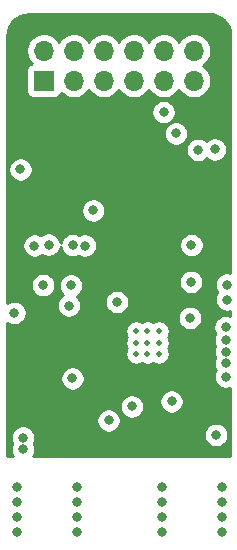
<source format=gbr>
G04 #@! TF.GenerationSoftware,KiCad,Pcbnew,5.1.5-52549c5~84~ubuntu18.04.1*
G04 #@! TF.CreationDate,2020-01-04T20:43:16+00:00*
G04 #@! TF.ProjectId,SX1257_pmod,53583132-3537-45f7-906d-6f642e6b6963,rev?*
G04 #@! TF.SameCoordinates,Original*
G04 #@! TF.FileFunction,Copper,L3,Inr*
G04 #@! TF.FilePolarity,Positive*
%FSLAX46Y46*%
G04 Gerber Fmt 4.6, Leading zero omitted, Abs format (unit mm)*
G04 Created by KiCad (PCBNEW 5.1.5-52549c5~84~ubuntu18.04.1) date 2020-01-04 20:43:16*
%MOMM*%
%LPD*%
G04 APERTURE LIST*
%ADD10O,1.700000X1.700000*%
%ADD11R,1.700000X1.700000*%
%ADD12C,0.500000*%
%ADD13C,0.800000*%
%ADD14C,0.254000*%
G04 APERTURE END LIST*
D10*
X130810000Y-26670000D03*
X130810000Y-29210000D03*
X128270000Y-26670000D03*
X128270000Y-29210000D03*
X125730000Y-26670000D03*
X125730000Y-29210000D03*
X123190000Y-26670000D03*
X123190000Y-29210000D03*
X120650000Y-26670000D03*
X120650000Y-29210000D03*
X118110000Y-26670000D03*
D11*
X118110000Y-29210000D03*
D12*
X125890000Y-50385000D03*
X126890000Y-50385000D03*
X127890000Y-50385000D03*
X125890000Y-51385000D03*
X126890000Y-51385000D03*
X127890000Y-51385000D03*
X125890000Y-52385000D03*
X126890000Y-52385000D03*
X127890000Y-52385000D03*
D13*
X133159500Y-67437000D03*
X133159500Y-66167000D03*
X133159500Y-63627000D03*
X133159500Y-64897000D03*
X128079500Y-67437000D03*
X128079500Y-66167000D03*
X128079500Y-64897000D03*
X128079500Y-63627000D03*
X115824000Y-66167000D03*
X115824000Y-63627000D03*
X115824000Y-67437000D03*
X115824000Y-64897000D03*
X120904000Y-66167000D03*
X120904000Y-63627000D03*
X120904000Y-67437000D03*
X120904000Y-64897000D03*
X133530000Y-51150000D03*
X133530000Y-52150000D03*
X133530000Y-53150000D03*
X130480000Y-49300000D03*
X133630000Y-47750000D03*
X133605000Y-46475000D03*
X133505000Y-50075000D03*
X116350000Y-59425000D03*
X116350000Y-60425000D03*
X128930000Y-56370000D03*
X123590000Y-57980000D03*
X125570000Y-56790000D03*
X133530000Y-54275000D03*
X120530000Y-54410000D03*
X132700000Y-59200000D03*
X115625000Y-48875000D03*
X118050000Y-46525000D03*
X124300000Y-47950000D03*
X130600000Y-43125000D03*
X116125000Y-36725000D03*
X129300000Y-33675000D03*
X128250000Y-31875000D03*
X118900000Y-34700000D03*
X120000000Y-34700000D03*
X121100000Y-34700000D03*
X122200000Y-34700000D03*
X129630000Y-54250000D03*
X130755116Y-52637358D03*
X124100000Y-46025000D03*
X131875000Y-31075000D03*
X133200000Y-37325000D03*
X119249994Y-36725000D03*
X120230000Y-48250000D03*
X120410000Y-46550000D03*
X118520000Y-43100000D03*
X122300000Y-40200000D03*
X120550000Y-43140000D03*
X131170000Y-35075000D03*
X117320000Y-43180000D03*
X130575000Y-46250000D03*
X121580000Y-43180000D03*
X132600000Y-35025000D03*
D14*
G36*
X132434785Y-23608191D02*
G01*
X132776060Y-23711228D01*
X133090822Y-23878590D01*
X133367083Y-24103903D01*
X133594317Y-24378582D01*
X133763870Y-24692164D01*
X133869286Y-25032708D01*
X133910001Y-25420082D01*
X133910001Y-45481059D01*
X133906898Y-45479774D01*
X133706939Y-45440000D01*
X133503061Y-45440000D01*
X133303102Y-45479774D01*
X133114744Y-45557795D01*
X132945226Y-45671063D01*
X132801063Y-45815226D01*
X132687795Y-45984744D01*
X132609774Y-46173102D01*
X132570000Y-46373061D01*
X132570000Y-46576939D01*
X132609774Y-46776898D01*
X132687795Y-46965256D01*
X132798680Y-47131208D01*
X132712795Y-47259744D01*
X132634774Y-47448102D01*
X132595000Y-47648061D01*
X132595000Y-47851939D01*
X132634774Y-48051898D01*
X132712795Y-48240256D01*
X132826063Y-48409774D01*
X132970226Y-48553937D01*
X133139744Y-48667205D01*
X133328102Y-48745226D01*
X133528061Y-48785000D01*
X133731939Y-48785000D01*
X133910000Y-48749582D01*
X133910000Y-49122481D01*
X133806898Y-49079774D01*
X133606939Y-49040000D01*
X133403061Y-49040000D01*
X133203102Y-49079774D01*
X133014744Y-49157795D01*
X132845226Y-49271063D01*
X132701063Y-49415226D01*
X132587795Y-49584744D01*
X132509774Y-49773102D01*
X132470000Y-49973061D01*
X132470000Y-50176939D01*
X132509774Y-50376898D01*
X132587795Y-50565256D01*
X132631862Y-50631208D01*
X132612795Y-50659744D01*
X132534774Y-50848102D01*
X132495000Y-51048061D01*
X132495000Y-51251939D01*
X132534774Y-51451898D01*
X132612795Y-51640256D01*
X132619306Y-51650000D01*
X132612795Y-51659744D01*
X132534774Y-51848102D01*
X132495000Y-52048061D01*
X132495000Y-52251939D01*
X132534774Y-52451898D01*
X132612795Y-52640256D01*
X132619306Y-52650000D01*
X132612795Y-52659744D01*
X132534774Y-52848102D01*
X132495000Y-53048061D01*
X132495000Y-53251939D01*
X132534774Y-53451898D01*
X132612795Y-53640256D01*
X132661067Y-53712500D01*
X132612795Y-53784744D01*
X132534774Y-53973102D01*
X132495000Y-54173061D01*
X132495000Y-54376939D01*
X132534774Y-54576898D01*
X132612795Y-54765256D01*
X132726063Y-54934774D01*
X132870226Y-55078937D01*
X133039744Y-55192205D01*
X133228102Y-55270226D01*
X133428061Y-55310000D01*
X133631939Y-55310000D01*
X133831898Y-55270226D01*
X133910000Y-55237875D01*
X133910000Y-60960000D01*
X117237308Y-60960000D01*
X117267205Y-60915256D01*
X117345226Y-60726898D01*
X117385000Y-60526939D01*
X117385000Y-60323061D01*
X117345226Y-60123102D01*
X117267205Y-59934744D01*
X117260694Y-59925000D01*
X117267205Y-59915256D01*
X117345226Y-59726898D01*
X117385000Y-59526939D01*
X117385000Y-59323061D01*
X117345226Y-59123102D01*
X117334854Y-59098061D01*
X131665000Y-59098061D01*
X131665000Y-59301939D01*
X131704774Y-59501898D01*
X131782795Y-59690256D01*
X131896063Y-59859774D01*
X132040226Y-60003937D01*
X132209744Y-60117205D01*
X132398102Y-60195226D01*
X132598061Y-60235000D01*
X132801939Y-60235000D01*
X133001898Y-60195226D01*
X133190256Y-60117205D01*
X133359774Y-60003937D01*
X133503937Y-59859774D01*
X133617205Y-59690256D01*
X133695226Y-59501898D01*
X133735000Y-59301939D01*
X133735000Y-59098061D01*
X133695226Y-58898102D01*
X133617205Y-58709744D01*
X133503937Y-58540226D01*
X133359774Y-58396063D01*
X133190256Y-58282795D01*
X133001898Y-58204774D01*
X132801939Y-58165000D01*
X132598061Y-58165000D01*
X132398102Y-58204774D01*
X132209744Y-58282795D01*
X132040226Y-58396063D01*
X131896063Y-58540226D01*
X131782795Y-58709744D01*
X131704774Y-58898102D01*
X131665000Y-59098061D01*
X117334854Y-59098061D01*
X117267205Y-58934744D01*
X117153937Y-58765226D01*
X117009774Y-58621063D01*
X116840256Y-58507795D01*
X116651898Y-58429774D01*
X116451939Y-58390000D01*
X116248061Y-58390000D01*
X116048102Y-58429774D01*
X115859744Y-58507795D01*
X115690226Y-58621063D01*
X115546063Y-58765226D01*
X115432795Y-58934744D01*
X115354774Y-59123102D01*
X115315000Y-59323061D01*
X115315000Y-59526939D01*
X115354774Y-59726898D01*
X115432795Y-59915256D01*
X115439306Y-59925000D01*
X115432795Y-59934744D01*
X115354774Y-60123102D01*
X115315000Y-60323061D01*
X115315000Y-60526939D01*
X115354774Y-60726898D01*
X115432795Y-60915256D01*
X115462692Y-60960000D01*
X115010000Y-60960000D01*
X115010000Y-57878061D01*
X122555000Y-57878061D01*
X122555000Y-58081939D01*
X122594774Y-58281898D01*
X122672795Y-58470256D01*
X122786063Y-58639774D01*
X122930226Y-58783937D01*
X123099744Y-58897205D01*
X123288102Y-58975226D01*
X123488061Y-59015000D01*
X123691939Y-59015000D01*
X123891898Y-58975226D01*
X124080256Y-58897205D01*
X124249774Y-58783937D01*
X124393937Y-58639774D01*
X124507205Y-58470256D01*
X124585226Y-58281898D01*
X124625000Y-58081939D01*
X124625000Y-57878061D01*
X124585226Y-57678102D01*
X124507205Y-57489744D01*
X124393937Y-57320226D01*
X124249774Y-57176063D01*
X124080256Y-57062795D01*
X123891898Y-56984774D01*
X123691939Y-56945000D01*
X123488061Y-56945000D01*
X123288102Y-56984774D01*
X123099744Y-57062795D01*
X122930226Y-57176063D01*
X122786063Y-57320226D01*
X122672795Y-57489744D01*
X122594774Y-57678102D01*
X122555000Y-57878061D01*
X115010000Y-57878061D01*
X115010000Y-56688061D01*
X124535000Y-56688061D01*
X124535000Y-56891939D01*
X124574774Y-57091898D01*
X124652795Y-57280256D01*
X124766063Y-57449774D01*
X124910226Y-57593937D01*
X125079744Y-57707205D01*
X125268102Y-57785226D01*
X125468061Y-57825000D01*
X125671939Y-57825000D01*
X125871898Y-57785226D01*
X126060256Y-57707205D01*
X126229774Y-57593937D01*
X126373937Y-57449774D01*
X126487205Y-57280256D01*
X126565226Y-57091898D01*
X126605000Y-56891939D01*
X126605000Y-56688061D01*
X126565226Y-56488102D01*
X126487205Y-56299744D01*
X126466036Y-56268061D01*
X127895000Y-56268061D01*
X127895000Y-56471939D01*
X127934774Y-56671898D01*
X128012795Y-56860256D01*
X128126063Y-57029774D01*
X128270226Y-57173937D01*
X128439744Y-57287205D01*
X128628102Y-57365226D01*
X128828061Y-57405000D01*
X129031939Y-57405000D01*
X129231898Y-57365226D01*
X129420256Y-57287205D01*
X129589774Y-57173937D01*
X129733937Y-57029774D01*
X129847205Y-56860256D01*
X129925226Y-56671898D01*
X129965000Y-56471939D01*
X129965000Y-56268061D01*
X129925226Y-56068102D01*
X129847205Y-55879744D01*
X129733937Y-55710226D01*
X129589774Y-55566063D01*
X129420256Y-55452795D01*
X129231898Y-55374774D01*
X129031939Y-55335000D01*
X128828061Y-55335000D01*
X128628102Y-55374774D01*
X128439744Y-55452795D01*
X128270226Y-55566063D01*
X128126063Y-55710226D01*
X128012795Y-55879744D01*
X127934774Y-56068102D01*
X127895000Y-56268061D01*
X126466036Y-56268061D01*
X126373937Y-56130226D01*
X126229774Y-55986063D01*
X126060256Y-55872795D01*
X125871898Y-55794774D01*
X125671939Y-55755000D01*
X125468061Y-55755000D01*
X125268102Y-55794774D01*
X125079744Y-55872795D01*
X124910226Y-55986063D01*
X124766063Y-56130226D01*
X124652795Y-56299744D01*
X124574774Y-56488102D01*
X124535000Y-56688061D01*
X115010000Y-56688061D01*
X115010000Y-54308061D01*
X119495000Y-54308061D01*
X119495000Y-54511939D01*
X119534774Y-54711898D01*
X119612795Y-54900256D01*
X119726063Y-55069774D01*
X119870226Y-55213937D01*
X120039744Y-55327205D01*
X120228102Y-55405226D01*
X120428061Y-55445000D01*
X120631939Y-55445000D01*
X120831898Y-55405226D01*
X121020256Y-55327205D01*
X121189774Y-55213937D01*
X121333937Y-55069774D01*
X121447205Y-54900256D01*
X121525226Y-54711898D01*
X121565000Y-54511939D01*
X121565000Y-54308061D01*
X121525226Y-54108102D01*
X121447205Y-53919744D01*
X121333937Y-53750226D01*
X121189774Y-53606063D01*
X121020256Y-53492795D01*
X120831898Y-53414774D01*
X120631939Y-53375000D01*
X120428061Y-53375000D01*
X120228102Y-53414774D01*
X120039744Y-53492795D01*
X119870226Y-53606063D01*
X119726063Y-53750226D01*
X119612795Y-53919744D01*
X119534774Y-54108102D01*
X119495000Y-54308061D01*
X115010000Y-54308061D01*
X115010000Y-50297835D01*
X125005000Y-50297835D01*
X125005000Y-50472165D01*
X125039010Y-50643145D01*
X125105723Y-50804205D01*
X125159709Y-50885000D01*
X125105723Y-50965795D01*
X125039010Y-51126855D01*
X125005000Y-51297835D01*
X125005000Y-51472165D01*
X125039010Y-51643145D01*
X125105723Y-51804205D01*
X125159709Y-51885000D01*
X125105723Y-51965795D01*
X125039010Y-52126855D01*
X125005000Y-52297835D01*
X125005000Y-52472165D01*
X125039010Y-52643145D01*
X125105723Y-52804205D01*
X125202576Y-52949155D01*
X125325845Y-53072424D01*
X125470795Y-53169277D01*
X125631855Y-53235990D01*
X125802835Y-53270000D01*
X125977165Y-53270000D01*
X126148145Y-53235990D01*
X126309205Y-53169277D01*
X126390000Y-53115291D01*
X126470795Y-53169277D01*
X126631855Y-53235990D01*
X126802835Y-53270000D01*
X126977165Y-53270000D01*
X127148145Y-53235990D01*
X127309205Y-53169277D01*
X127390000Y-53115291D01*
X127470795Y-53169277D01*
X127631855Y-53235990D01*
X127802835Y-53270000D01*
X127977165Y-53270000D01*
X128148145Y-53235990D01*
X128309205Y-53169277D01*
X128454155Y-53072424D01*
X128577424Y-52949155D01*
X128674277Y-52804205D01*
X128740990Y-52643145D01*
X128775000Y-52472165D01*
X128775000Y-52297835D01*
X128740990Y-52126855D01*
X128674277Y-51965795D01*
X128620291Y-51885000D01*
X128674277Y-51804205D01*
X128740990Y-51643145D01*
X128775000Y-51472165D01*
X128775000Y-51297835D01*
X128740990Y-51126855D01*
X128674277Y-50965795D01*
X128620291Y-50885000D01*
X128674277Y-50804205D01*
X128740990Y-50643145D01*
X128775000Y-50472165D01*
X128775000Y-50297835D01*
X128740990Y-50126855D01*
X128674277Y-49965795D01*
X128577424Y-49820845D01*
X128454155Y-49697576D01*
X128309205Y-49600723D01*
X128148145Y-49534010D01*
X127977165Y-49500000D01*
X127802835Y-49500000D01*
X127631855Y-49534010D01*
X127470795Y-49600723D01*
X127390000Y-49654709D01*
X127309205Y-49600723D01*
X127148145Y-49534010D01*
X126977165Y-49500000D01*
X126802835Y-49500000D01*
X126631855Y-49534010D01*
X126470795Y-49600723D01*
X126390000Y-49654709D01*
X126309205Y-49600723D01*
X126148145Y-49534010D01*
X125977165Y-49500000D01*
X125802835Y-49500000D01*
X125631855Y-49534010D01*
X125470795Y-49600723D01*
X125325845Y-49697576D01*
X125202576Y-49820845D01*
X125105723Y-49965795D01*
X125039010Y-50126855D01*
X125005000Y-50297835D01*
X115010000Y-50297835D01*
X115010000Y-49708854D01*
X115134744Y-49792205D01*
X115323102Y-49870226D01*
X115523061Y-49910000D01*
X115726939Y-49910000D01*
X115926898Y-49870226D01*
X116115256Y-49792205D01*
X116284774Y-49678937D01*
X116428937Y-49534774D01*
X116542205Y-49365256D01*
X116620226Y-49176898D01*
X116660000Y-48976939D01*
X116660000Y-48773061D01*
X116620226Y-48573102D01*
X116542205Y-48384744D01*
X116428937Y-48215226D01*
X116361772Y-48148061D01*
X119195000Y-48148061D01*
X119195000Y-48351939D01*
X119234774Y-48551898D01*
X119312795Y-48740256D01*
X119426063Y-48909774D01*
X119570226Y-49053937D01*
X119739744Y-49167205D01*
X119928102Y-49245226D01*
X120128061Y-49285000D01*
X120331939Y-49285000D01*
X120531898Y-49245226D01*
X120645763Y-49198061D01*
X129445000Y-49198061D01*
X129445000Y-49401939D01*
X129484774Y-49601898D01*
X129562795Y-49790256D01*
X129676063Y-49959774D01*
X129820226Y-50103937D01*
X129989744Y-50217205D01*
X130178102Y-50295226D01*
X130378061Y-50335000D01*
X130581939Y-50335000D01*
X130781898Y-50295226D01*
X130970256Y-50217205D01*
X131139774Y-50103937D01*
X131283937Y-49959774D01*
X131397205Y-49790256D01*
X131475226Y-49601898D01*
X131515000Y-49401939D01*
X131515000Y-49198061D01*
X131475226Y-48998102D01*
X131397205Y-48809744D01*
X131283937Y-48640226D01*
X131139774Y-48496063D01*
X130970256Y-48382795D01*
X130781898Y-48304774D01*
X130581939Y-48265000D01*
X130378061Y-48265000D01*
X130178102Y-48304774D01*
X129989744Y-48382795D01*
X129820226Y-48496063D01*
X129676063Y-48640226D01*
X129562795Y-48809744D01*
X129484774Y-48998102D01*
X129445000Y-49198061D01*
X120645763Y-49198061D01*
X120720256Y-49167205D01*
X120889774Y-49053937D01*
X121033937Y-48909774D01*
X121147205Y-48740256D01*
X121225226Y-48551898D01*
X121265000Y-48351939D01*
X121265000Y-48148061D01*
X121225226Y-47948102D01*
X121183788Y-47848061D01*
X123265000Y-47848061D01*
X123265000Y-48051939D01*
X123304774Y-48251898D01*
X123382795Y-48440256D01*
X123496063Y-48609774D01*
X123640226Y-48753937D01*
X123809744Y-48867205D01*
X123998102Y-48945226D01*
X124198061Y-48985000D01*
X124401939Y-48985000D01*
X124601898Y-48945226D01*
X124790256Y-48867205D01*
X124959774Y-48753937D01*
X125103937Y-48609774D01*
X125217205Y-48440256D01*
X125295226Y-48251898D01*
X125335000Y-48051939D01*
X125335000Y-47848061D01*
X125295226Y-47648102D01*
X125217205Y-47459744D01*
X125103937Y-47290226D01*
X124959774Y-47146063D01*
X124790256Y-47032795D01*
X124601898Y-46954774D01*
X124401939Y-46915000D01*
X124198061Y-46915000D01*
X123998102Y-46954774D01*
X123809744Y-47032795D01*
X123640226Y-47146063D01*
X123496063Y-47290226D01*
X123382795Y-47459744D01*
X123304774Y-47648102D01*
X123265000Y-47848061D01*
X121183788Y-47848061D01*
X121147205Y-47759744D01*
X121033937Y-47590226D01*
X120906646Y-47462935D01*
X121069774Y-47353937D01*
X121213937Y-47209774D01*
X121327205Y-47040256D01*
X121405226Y-46851898D01*
X121445000Y-46651939D01*
X121445000Y-46448061D01*
X121405226Y-46248102D01*
X121363788Y-46148061D01*
X129540000Y-46148061D01*
X129540000Y-46351939D01*
X129579774Y-46551898D01*
X129657795Y-46740256D01*
X129771063Y-46909774D01*
X129915226Y-47053937D01*
X130084744Y-47167205D01*
X130273102Y-47245226D01*
X130473061Y-47285000D01*
X130676939Y-47285000D01*
X130876898Y-47245226D01*
X131065256Y-47167205D01*
X131234774Y-47053937D01*
X131378937Y-46909774D01*
X131492205Y-46740256D01*
X131570226Y-46551898D01*
X131610000Y-46351939D01*
X131610000Y-46148061D01*
X131570226Y-45948102D01*
X131492205Y-45759744D01*
X131378937Y-45590226D01*
X131234774Y-45446063D01*
X131065256Y-45332795D01*
X130876898Y-45254774D01*
X130676939Y-45215000D01*
X130473061Y-45215000D01*
X130273102Y-45254774D01*
X130084744Y-45332795D01*
X129915226Y-45446063D01*
X129771063Y-45590226D01*
X129657795Y-45759744D01*
X129579774Y-45948102D01*
X129540000Y-46148061D01*
X121363788Y-46148061D01*
X121327205Y-46059744D01*
X121213937Y-45890226D01*
X121069774Y-45746063D01*
X120900256Y-45632795D01*
X120711898Y-45554774D01*
X120511939Y-45515000D01*
X120308061Y-45515000D01*
X120108102Y-45554774D01*
X119919744Y-45632795D01*
X119750226Y-45746063D01*
X119606063Y-45890226D01*
X119492795Y-46059744D01*
X119414774Y-46248102D01*
X119375000Y-46448061D01*
X119375000Y-46651939D01*
X119414774Y-46851898D01*
X119492795Y-47040256D01*
X119606063Y-47209774D01*
X119733354Y-47337065D01*
X119570226Y-47446063D01*
X119426063Y-47590226D01*
X119312795Y-47759744D01*
X119234774Y-47948102D01*
X119195000Y-48148061D01*
X116361772Y-48148061D01*
X116284774Y-48071063D01*
X116115256Y-47957795D01*
X115926898Y-47879774D01*
X115726939Y-47840000D01*
X115523061Y-47840000D01*
X115323102Y-47879774D01*
X115134744Y-47957795D01*
X115010000Y-48041146D01*
X115010000Y-46423061D01*
X117015000Y-46423061D01*
X117015000Y-46626939D01*
X117054774Y-46826898D01*
X117132795Y-47015256D01*
X117246063Y-47184774D01*
X117390226Y-47328937D01*
X117559744Y-47442205D01*
X117748102Y-47520226D01*
X117948061Y-47560000D01*
X118151939Y-47560000D01*
X118351898Y-47520226D01*
X118540256Y-47442205D01*
X118709774Y-47328937D01*
X118853937Y-47184774D01*
X118967205Y-47015256D01*
X119045226Y-46826898D01*
X119085000Y-46626939D01*
X119085000Y-46423061D01*
X119045226Y-46223102D01*
X118967205Y-46034744D01*
X118853937Y-45865226D01*
X118709774Y-45721063D01*
X118540256Y-45607795D01*
X118351898Y-45529774D01*
X118151939Y-45490000D01*
X117948061Y-45490000D01*
X117748102Y-45529774D01*
X117559744Y-45607795D01*
X117390226Y-45721063D01*
X117246063Y-45865226D01*
X117132795Y-46034744D01*
X117054774Y-46223102D01*
X117015000Y-46423061D01*
X115010000Y-46423061D01*
X115010000Y-43078061D01*
X116285000Y-43078061D01*
X116285000Y-43281939D01*
X116324774Y-43481898D01*
X116402795Y-43670256D01*
X116516063Y-43839774D01*
X116660226Y-43983937D01*
X116829744Y-44097205D01*
X117018102Y-44175226D01*
X117218061Y-44215000D01*
X117421939Y-44215000D01*
X117621898Y-44175226D01*
X117810256Y-44097205D01*
X117979774Y-43983937D01*
X117979846Y-43983865D01*
X118029744Y-44017205D01*
X118218102Y-44095226D01*
X118418061Y-44135000D01*
X118621939Y-44135000D01*
X118821898Y-44095226D01*
X119010256Y-44017205D01*
X119179774Y-43903937D01*
X119323937Y-43759774D01*
X119437205Y-43590256D01*
X119515226Y-43401898D01*
X119531022Y-43322487D01*
X119554774Y-43441898D01*
X119632795Y-43630256D01*
X119746063Y-43799774D01*
X119890226Y-43943937D01*
X120059744Y-44057205D01*
X120248102Y-44135226D01*
X120448061Y-44175000D01*
X120651939Y-44175000D01*
X120851898Y-44135226D01*
X121033851Y-44059858D01*
X121089744Y-44097205D01*
X121278102Y-44175226D01*
X121478061Y-44215000D01*
X121681939Y-44215000D01*
X121881898Y-44175226D01*
X122070256Y-44097205D01*
X122239774Y-43983937D01*
X122383937Y-43839774D01*
X122497205Y-43670256D01*
X122575226Y-43481898D01*
X122615000Y-43281939D01*
X122615000Y-43078061D01*
X122604060Y-43023061D01*
X129565000Y-43023061D01*
X129565000Y-43226939D01*
X129604774Y-43426898D01*
X129682795Y-43615256D01*
X129796063Y-43784774D01*
X129940226Y-43928937D01*
X130109744Y-44042205D01*
X130298102Y-44120226D01*
X130498061Y-44160000D01*
X130701939Y-44160000D01*
X130901898Y-44120226D01*
X131090256Y-44042205D01*
X131259774Y-43928937D01*
X131403937Y-43784774D01*
X131517205Y-43615256D01*
X131595226Y-43426898D01*
X131635000Y-43226939D01*
X131635000Y-43023061D01*
X131595226Y-42823102D01*
X131517205Y-42634744D01*
X131403937Y-42465226D01*
X131259774Y-42321063D01*
X131090256Y-42207795D01*
X130901898Y-42129774D01*
X130701939Y-42090000D01*
X130498061Y-42090000D01*
X130298102Y-42129774D01*
X130109744Y-42207795D01*
X129940226Y-42321063D01*
X129796063Y-42465226D01*
X129682795Y-42634744D01*
X129604774Y-42823102D01*
X129565000Y-43023061D01*
X122604060Y-43023061D01*
X122575226Y-42878102D01*
X122497205Y-42689744D01*
X122383937Y-42520226D01*
X122239774Y-42376063D01*
X122070256Y-42262795D01*
X121881898Y-42184774D01*
X121681939Y-42145000D01*
X121478061Y-42145000D01*
X121278102Y-42184774D01*
X121096149Y-42260142D01*
X121040256Y-42222795D01*
X120851898Y-42144774D01*
X120651939Y-42105000D01*
X120448061Y-42105000D01*
X120248102Y-42144774D01*
X120059744Y-42222795D01*
X119890226Y-42336063D01*
X119746063Y-42480226D01*
X119632795Y-42649744D01*
X119554774Y-42838102D01*
X119538978Y-42917513D01*
X119515226Y-42798102D01*
X119437205Y-42609744D01*
X119323937Y-42440226D01*
X119179774Y-42296063D01*
X119010256Y-42182795D01*
X118821898Y-42104774D01*
X118621939Y-42065000D01*
X118418061Y-42065000D01*
X118218102Y-42104774D01*
X118029744Y-42182795D01*
X117860226Y-42296063D01*
X117860154Y-42296135D01*
X117810256Y-42262795D01*
X117621898Y-42184774D01*
X117421939Y-42145000D01*
X117218061Y-42145000D01*
X117018102Y-42184774D01*
X116829744Y-42262795D01*
X116660226Y-42376063D01*
X116516063Y-42520226D01*
X116402795Y-42689744D01*
X116324774Y-42878102D01*
X116285000Y-43078061D01*
X115010000Y-43078061D01*
X115010000Y-40098061D01*
X121265000Y-40098061D01*
X121265000Y-40301939D01*
X121304774Y-40501898D01*
X121382795Y-40690256D01*
X121496063Y-40859774D01*
X121640226Y-41003937D01*
X121809744Y-41117205D01*
X121998102Y-41195226D01*
X122198061Y-41235000D01*
X122401939Y-41235000D01*
X122601898Y-41195226D01*
X122790256Y-41117205D01*
X122959774Y-41003937D01*
X123103937Y-40859774D01*
X123217205Y-40690256D01*
X123295226Y-40501898D01*
X123335000Y-40301939D01*
X123335000Y-40098061D01*
X123295226Y-39898102D01*
X123217205Y-39709744D01*
X123103937Y-39540226D01*
X122959774Y-39396063D01*
X122790256Y-39282795D01*
X122601898Y-39204774D01*
X122401939Y-39165000D01*
X122198061Y-39165000D01*
X121998102Y-39204774D01*
X121809744Y-39282795D01*
X121640226Y-39396063D01*
X121496063Y-39540226D01*
X121382795Y-39709744D01*
X121304774Y-39898102D01*
X121265000Y-40098061D01*
X115010000Y-40098061D01*
X115010000Y-36623061D01*
X115090000Y-36623061D01*
X115090000Y-36826939D01*
X115129774Y-37026898D01*
X115207795Y-37215256D01*
X115321063Y-37384774D01*
X115465226Y-37528937D01*
X115634744Y-37642205D01*
X115823102Y-37720226D01*
X116023061Y-37760000D01*
X116226939Y-37760000D01*
X116426898Y-37720226D01*
X116615256Y-37642205D01*
X116784774Y-37528937D01*
X116928937Y-37384774D01*
X117042205Y-37215256D01*
X117120226Y-37026898D01*
X117160000Y-36826939D01*
X117160000Y-36623061D01*
X117120226Y-36423102D01*
X117042205Y-36234744D01*
X116928937Y-36065226D01*
X116784774Y-35921063D01*
X116615256Y-35807795D01*
X116426898Y-35729774D01*
X116226939Y-35690000D01*
X116023061Y-35690000D01*
X115823102Y-35729774D01*
X115634744Y-35807795D01*
X115465226Y-35921063D01*
X115321063Y-36065226D01*
X115207795Y-36234744D01*
X115129774Y-36423102D01*
X115090000Y-36623061D01*
X115010000Y-36623061D01*
X115010000Y-34973061D01*
X130135000Y-34973061D01*
X130135000Y-35176939D01*
X130174774Y-35376898D01*
X130252795Y-35565256D01*
X130366063Y-35734774D01*
X130510226Y-35878937D01*
X130679744Y-35992205D01*
X130868102Y-36070226D01*
X131068061Y-36110000D01*
X131271939Y-36110000D01*
X131471898Y-36070226D01*
X131660256Y-35992205D01*
X131829774Y-35878937D01*
X131910000Y-35798711D01*
X131940226Y-35828937D01*
X132109744Y-35942205D01*
X132298102Y-36020226D01*
X132498061Y-36060000D01*
X132701939Y-36060000D01*
X132901898Y-36020226D01*
X133090256Y-35942205D01*
X133259774Y-35828937D01*
X133403937Y-35684774D01*
X133517205Y-35515256D01*
X133595226Y-35326898D01*
X133635000Y-35126939D01*
X133635000Y-34923061D01*
X133595226Y-34723102D01*
X133517205Y-34534744D01*
X133403937Y-34365226D01*
X133259774Y-34221063D01*
X133090256Y-34107795D01*
X132901898Y-34029774D01*
X132701939Y-33990000D01*
X132498061Y-33990000D01*
X132298102Y-34029774D01*
X132109744Y-34107795D01*
X131940226Y-34221063D01*
X131860000Y-34301289D01*
X131829774Y-34271063D01*
X131660256Y-34157795D01*
X131471898Y-34079774D01*
X131271939Y-34040000D01*
X131068061Y-34040000D01*
X130868102Y-34079774D01*
X130679744Y-34157795D01*
X130510226Y-34271063D01*
X130366063Y-34415226D01*
X130252795Y-34584744D01*
X130174774Y-34773102D01*
X130135000Y-34973061D01*
X115010000Y-34973061D01*
X115010000Y-33573061D01*
X128265000Y-33573061D01*
X128265000Y-33776939D01*
X128304774Y-33976898D01*
X128382795Y-34165256D01*
X128496063Y-34334774D01*
X128640226Y-34478937D01*
X128809744Y-34592205D01*
X128998102Y-34670226D01*
X129198061Y-34710000D01*
X129401939Y-34710000D01*
X129601898Y-34670226D01*
X129790256Y-34592205D01*
X129959774Y-34478937D01*
X130103937Y-34334774D01*
X130217205Y-34165256D01*
X130295226Y-33976898D01*
X130335000Y-33776939D01*
X130335000Y-33573061D01*
X130295226Y-33373102D01*
X130217205Y-33184744D01*
X130103937Y-33015226D01*
X129959774Y-32871063D01*
X129790256Y-32757795D01*
X129601898Y-32679774D01*
X129401939Y-32640000D01*
X129198061Y-32640000D01*
X128998102Y-32679774D01*
X128809744Y-32757795D01*
X128640226Y-32871063D01*
X128496063Y-33015226D01*
X128382795Y-33184744D01*
X128304774Y-33373102D01*
X128265000Y-33573061D01*
X115010000Y-33573061D01*
X115010000Y-31773061D01*
X127215000Y-31773061D01*
X127215000Y-31976939D01*
X127254774Y-32176898D01*
X127332795Y-32365256D01*
X127446063Y-32534774D01*
X127590226Y-32678937D01*
X127759744Y-32792205D01*
X127948102Y-32870226D01*
X128148061Y-32910000D01*
X128351939Y-32910000D01*
X128551898Y-32870226D01*
X128740256Y-32792205D01*
X128909774Y-32678937D01*
X129053937Y-32534774D01*
X129167205Y-32365256D01*
X129245226Y-32176898D01*
X129285000Y-31976939D01*
X129285000Y-31773061D01*
X129245226Y-31573102D01*
X129167205Y-31384744D01*
X129053937Y-31215226D01*
X128909774Y-31071063D01*
X128740256Y-30957795D01*
X128551898Y-30879774D01*
X128351939Y-30840000D01*
X128148061Y-30840000D01*
X127948102Y-30879774D01*
X127759744Y-30957795D01*
X127590226Y-31071063D01*
X127446063Y-31215226D01*
X127332795Y-31384744D01*
X127254774Y-31573102D01*
X127215000Y-31773061D01*
X115010000Y-31773061D01*
X115010000Y-28360000D01*
X116621928Y-28360000D01*
X116621928Y-30060000D01*
X116634188Y-30184482D01*
X116670498Y-30304180D01*
X116729463Y-30414494D01*
X116808815Y-30511185D01*
X116905506Y-30590537D01*
X117015820Y-30649502D01*
X117135518Y-30685812D01*
X117260000Y-30698072D01*
X118960000Y-30698072D01*
X119084482Y-30685812D01*
X119204180Y-30649502D01*
X119314494Y-30590537D01*
X119411185Y-30511185D01*
X119490537Y-30414494D01*
X119549502Y-30304180D01*
X119571513Y-30231620D01*
X119703368Y-30363475D01*
X119946589Y-30525990D01*
X120216842Y-30637932D01*
X120503740Y-30695000D01*
X120796260Y-30695000D01*
X121083158Y-30637932D01*
X121353411Y-30525990D01*
X121596632Y-30363475D01*
X121803475Y-30156632D01*
X121920000Y-29982240D01*
X122036525Y-30156632D01*
X122243368Y-30363475D01*
X122486589Y-30525990D01*
X122756842Y-30637932D01*
X123043740Y-30695000D01*
X123336260Y-30695000D01*
X123623158Y-30637932D01*
X123893411Y-30525990D01*
X124136632Y-30363475D01*
X124343475Y-30156632D01*
X124460000Y-29982240D01*
X124576525Y-30156632D01*
X124783368Y-30363475D01*
X125026589Y-30525990D01*
X125296842Y-30637932D01*
X125583740Y-30695000D01*
X125876260Y-30695000D01*
X126163158Y-30637932D01*
X126433411Y-30525990D01*
X126676632Y-30363475D01*
X126883475Y-30156632D01*
X127000000Y-29982240D01*
X127116525Y-30156632D01*
X127323368Y-30363475D01*
X127566589Y-30525990D01*
X127836842Y-30637932D01*
X128123740Y-30695000D01*
X128416260Y-30695000D01*
X128703158Y-30637932D01*
X128973411Y-30525990D01*
X129216632Y-30363475D01*
X129423475Y-30156632D01*
X129540000Y-29982240D01*
X129656525Y-30156632D01*
X129863368Y-30363475D01*
X130106589Y-30525990D01*
X130376842Y-30637932D01*
X130663740Y-30695000D01*
X130956260Y-30695000D01*
X131243158Y-30637932D01*
X131513411Y-30525990D01*
X131756632Y-30363475D01*
X131963475Y-30156632D01*
X132125990Y-29913411D01*
X132237932Y-29643158D01*
X132295000Y-29356260D01*
X132295000Y-29063740D01*
X132237932Y-28776842D01*
X132125990Y-28506589D01*
X131963475Y-28263368D01*
X131756632Y-28056525D01*
X131582240Y-27940000D01*
X131756632Y-27823475D01*
X131963475Y-27616632D01*
X132125990Y-27373411D01*
X132237932Y-27103158D01*
X132295000Y-26816260D01*
X132295000Y-26523740D01*
X132237932Y-26236842D01*
X132125990Y-25966589D01*
X131963475Y-25723368D01*
X131756632Y-25516525D01*
X131513411Y-25354010D01*
X131243158Y-25242068D01*
X130956260Y-25185000D01*
X130663740Y-25185000D01*
X130376842Y-25242068D01*
X130106589Y-25354010D01*
X129863368Y-25516525D01*
X129656525Y-25723368D01*
X129540000Y-25897760D01*
X129423475Y-25723368D01*
X129216632Y-25516525D01*
X128973411Y-25354010D01*
X128703158Y-25242068D01*
X128416260Y-25185000D01*
X128123740Y-25185000D01*
X127836842Y-25242068D01*
X127566589Y-25354010D01*
X127323368Y-25516525D01*
X127116525Y-25723368D01*
X127000000Y-25897760D01*
X126883475Y-25723368D01*
X126676632Y-25516525D01*
X126433411Y-25354010D01*
X126163158Y-25242068D01*
X125876260Y-25185000D01*
X125583740Y-25185000D01*
X125296842Y-25242068D01*
X125026589Y-25354010D01*
X124783368Y-25516525D01*
X124576525Y-25723368D01*
X124460000Y-25897760D01*
X124343475Y-25723368D01*
X124136632Y-25516525D01*
X123893411Y-25354010D01*
X123623158Y-25242068D01*
X123336260Y-25185000D01*
X123043740Y-25185000D01*
X122756842Y-25242068D01*
X122486589Y-25354010D01*
X122243368Y-25516525D01*
X122036525Y-25723368D01*
X121920000Y-25897760D01*
X121803475Y-25723368D01*
X121596632Y-25516525D01*
X121353411Y-25354010D01*
X121083158Y-25242068D01*
X120796260Y-25185000D01*
X120503740Y-25185000D01*
X120216842Y-25242068D01*
X119946589Y-25354010D01*
X119703368Y-25516525D01*
X119496525Y-25723368D01*
X119380000Y-25897760D01*
X119263475Y-25723368D01*
X119056632Y-25516525D01*
X118813411Y-25354010D01*
X118543158Y-25242068D01*
X118256260Y-25185000D01*
X117963740Y-25185000D01*
X117676842Y-25242068D01*
X117406589Y-25354010D01*
X117163368Y-25516525D01*
X116956525Y-25723368D01*
X116794010Y-25966589D01*
X116682068Y-26236842D01*
X116625000Y-26523740D01*
X116625000Y-26816260D01*
X116682068Y-27103158D01*
X116794010Y-27373411D01*
X116956525Y-27616632D01*
X117088380Y-27748487D01*
X117015820Y-27770498D01*
X116905506Y-27829463D01*
X116808815Y-27908815D01*
X116729463Y-28005506D01*
X116670498Y-28115820D01*
X116634188Y-28235518D01*
X116621928Y-28360000D01*
X115010000Y-28360000D01*
X115010000Y-25434720D01*
X115048191Y-25045215D01*
X115151228Y-24703940D01*
X115318590Y-24389178D01*
X115543903Y-24112917D01*
X115818582Y-23885683D01*
X116132164Y-23716130D01*
X116472708Y-23610714D01*
X116860072Y-23570000D01*
X132045280Y-23570000D01*
X132434785Y-23608191D01*
G37*
X132434785Y-23608191D02*
X132776060Y-23711228D01*
X133090822Y-23878590D01*
X133367083Y-24103903D01*
X133594317Y-24378582D01*
X133763870Y-24692164D01*
X133869286Y-25032708D01*
X133910001Y-25420082D01*
X133910001Y-45481059D01*
X133906898Y-45479774D01*
X133706939Y-45440000D01*
X133503061Y-45440000D01*
X133303102Y-45479774D01*
X133114744Y-45557795D01*
X132945226Y-45671063D01*
X132801063Y-45815226D01*
X132687795Y-45984744D01*
X132609774Y-46173102D01*
X132570000Y-46373061D01*
X132570000Y-46576939D01*
X132609774Y-46776898D01*
X132687795Y-46965256D01*
X132798680Y-47131208D01*
X132712795Y-47259744D01*
X132634774Y-47448102D01*
X132595000Y-47648061D01*
X132595000Y-47851939D01*
X132634774Y-48051898D01*
X132712795Y-48240256D01*
X132826063Y-48409774D01*
X132970226Y-48553937D01*
X133139744Y-48667205D01*
X133328102Y-48745226D01*
X133528061Y-48785000D01*
X133731939Y-48785000D01*
X133910000Y-48749582D01*
X133910000Y-49122481D01*
X133806898Y-49079774D01*
X133606939Y-49040000D01*
X133403061Y-49040000D01*
X133203102Y-49079774D01*
X133014744Y-49157795D01*
X132845226Y-49271063D01*
X132701063Y-49415226D01*
X132587795Y-49584744D01*
X132509774Y-49773102D01*
X132470000Y-49973061D01*
X132470000Y-50176939D01*
X132509774Y-50376898D01*
X132587795Y-50565256D01*
X132631862Y-50631208D01*
X132612795Y-50659744D01*
X132534774Y-50848102D01*
X132495000Y-51048061D01*
X132495000Y-51251939D01*
X132534774Y-51451898D01*
X132612795Y-51640256D01*
X132619306Y-51650000D01*
X132612795Y-51659744D01*
X132534774Y-51848102D01*
X132495000Y-52048061D01*
X132495000Y-52251939D01*
X132534774Y-52451898D01*
X132612795Y-52640256D01*
X132619306Y-52650000D01*
X132612795Y-52659744D01*
X132534774Y-52848102D01*
X132495000Y-53048061D01*
X132495000Y-53251939D01*
X132534774Y-53451898D01*
X132612795Y-53640256D01*
X132661067Y-53712500D01*
X132612795Y-53784744D01*
X132534774Y-53973102D01*
X132495000Y-54173061D01*
X132495000Y-54376939D01*
X132534774Y-54576898D01*
X132612795Y-54765256D01*
X132726063Y-54934774D01*
X132870226Y-55078937D01*
X133039744Y-55192205D01*
X133228102Y-55270226D01*
X133428061Y-55310000D01*
X133631939Y-55310000D01*
X133831898Y-55270226D01*
X133910000Y-55237875D01*
X133910000Y-60960000D01*
X117237308Y-60960000D01*
X117267205Y-60915256D01*
X117345226Y-60726898D01*
X117385000Y-60526939D01*
X117385000Y-60323061D01*
X117345226Y-60123102D01*
X117267205Y-59934744D01*
X117260694Y-59925000D01*
X117267205Y-59915256D01*
X117345226Y-59726898D01*
X117385000Y-59526939D01*
X117385000Y-59323061D01*
X117345226Y-59123102D01*
X117334854Y-59098061D01*
X131665000Y-59098061D01*
X131665000Y-59301939D01*
X131704774Y-59501898D01*
X131782795Y-59690256D01*
X131896063Y-59859774D01*
X132040226Y-60003937D01*
X132209744Y-60117205D01*
X132398102Y-60195226D01*
X132598061Y-60235000D01*
X132801939Y-60235000D01*
X133001898Y-60195226D01*
X133190256Y-60117205D01*
X133359774Y-60003937D01*
X133503937Y-59859774D01*
X133617205Y-59690256D01*
X133695226Y-59501898D01*
X133735000Y-59301939D01*
X133735000Y-59098061D01*
X133695226Y-58898102D01*
X133617205Y-58709744D01*
X133503937Y-58540226D01*
X133359774Y-58396063D01*
X133190256Y-58282795D01*
X133001898Y-58204774D01*
X132801939Y-58165000D01*
X132598061Y-58165000D01*
X132398102Y-58204774D01*
X132209744Y-58282795D01*
X132040226Y-58396063D01*
X131896063Y-58540226D01*
X131782795Y-58709744D01*
X131704774Y-58898102D01*
X131665000Y-59098061D01*
X117334854Y-59098061D01*
X117267205Y-58934744D01*
X117153937Y-58765226D01*
X117009774Y-58621063D01*
X116840256Y-58507795D01*
X116651898Y-58429774D01*
X116451939Y-58390000D01*
X116248061Y-58390000D01*
X116048102Y-58429774D01*
X115859744Y-58507795D01*
X115690226Y-58621063D01*
X115546063Y-58765226D01*
X115432795Y-58934744D01*
X115354774Y-59123102D01*
X115315000Y-59323061D01*
X115315000Y-59526939D01*
X115354774Y-59726898D01*
X115432795Y-59915256D01*
X115439306Y-59925000D01*
X115432795Y-59934744D01*
X115354774Y-60123102D01*
X115315000Y-60323061D01*
X115315000Y-60526939D01*
X115354774Y-60726898D01*
X115432795Y-60915256D01*
X115462692Y-60960000D01*
X115010000Y-60960000D01*
X115010000Y-57878061D01*
X122555000Y-57878061D01*
X122555000Y-58081939D01*
X122594774Y-58281898D01*
X122672795Y-58470256D01*
X122786063Y-58639774D01*
X122930226Y-58783937D01*
X123099744Y-58897205D01*
X123288102Y-58975226D01*
X123488061Y-59015000D01*
X123691939Y-59015000D01*
X123891898Y-58975226D01*
X124080256Y-58897205D01*
X124249774Y-58783937D01*
X124393937Y-58639774D01*
X124507205Y-58470256D01*
X124585226Y-58281898D01*
X124625000Y-58081939D01*
X124625000Y-57878061D01*
X124585226Y-57678102D01*
X124507205Y-57489744D01*
X124393937Y-57320226D01*
X124249774Y-57176063D01*
X124080256Y-57062795D01*
X123891898Y-56984774D01*
X123691939Y-56945000D01*
X123488061Y-56945000D01*
X123288102Y-56984774D01*
X123099744Y-57062795D01*
X122930226Y-57176063D01*
X122786063Y-57320226D01*
X122672795Y-57489744D01*
X122594774Y-57678102D01*
X122555000Y-57878061D01*
X115010000Y-57878061D01*
X115010000Y-56688061D01*
X124535000Y-56688061D01*
X124535000Y-56891939D01*
X124574774Y-57091898D01*
X124652795Y-57280256D01*
X124766063Y-57449774D01*
X124910226Y-57593937D01*
X125079744Y-57707205D01*
X125268102Y-57785226D01*
X125468061Y-57825000D01*
X125671939Y-57825000D01*
X125871898Y-57785226D01*
X126060256Y-57707205D01*
X126229774Y-57593937D01*
X126373937Y-57449774D01*
X126487205Y-57280256D01*
X126565226Y-57091898D01*
X126605000Y-56891939D01*
X126605000Y-56688061D01*
X126565226Y-56488102D01*
X126487205Y-56299744D01*
X126466036Y-56268061D01*
X127895000Y-56268061D01*
X127895000Y-56471939D01*
X127934774Y-56671898D01*
X128012795Y-56860256D01*
X128126063Y-57029774D01*
X128270226Y-57173937D01*
X128439744Y-57287205D01*
X128628102Y-57365226D01*
X128828061Y-57405000D01*
X129031939Y-57405000D01*
X129231898Y-57365226D01*
X129420256Y-57287205D01*
X129589774Y-57173937D01*
X129733937Y-57029774D01*
X129847205Y-56860256D01*
X129925226Y-56671898D01*
X129965000Y-56471939D01*
X129965000Y-56268061D01*
X129925226Y-56068102D01*
X129847205Y-55879744D01*
X129733937Y-55710226D01*
X129589774Y-55566063D01*
X129420256Y-55452795D01*
X129231898Y-55374774D01*
X129031939Y-55335000D01*
X128828061Y-55335000D01*
X128628102Y-55374774D01*
X128439744Y-55452795D01*
X128270226Y-55566063D01*
X128126063Y-55710226D01*
X128012795Y-55879744D01*
X127934774Y-56068102D01*
X127895000Y-56268061D01*
X126466036Y-56268061D01*
X126373937Y-56130226D01*
X126229774Y-55986063D01*
X126060256Y-55872795D01*
X125871898Y-55794774D01*
X125671939Y-55755000D01*
X125468061Y-55755000D01*
X125268102Y-55794774D01*
X125079744Y-55872795D01*
X124910226Y-55986063D01*
X124766063Y-56130226D01*
X124652795Y-56299744D01*
X124574774Y-56488102D01*
X124535000Y-56688061D01*
X115010000Y-56688061D01*
X115010000Y-54308061D01*
X119495000Y-54308061D01*
X119495000Y-54511939D01*
X119534774Y-54711898D01*
X119612795Y-54900256D01*
X119726063Y-55069774D01*
X119870226Y-55213937D01*
X120039744Y-55327205D01*
X120228102Y-55405226D01*
X120428061Y-55445000D01*
X120631939Y-55445000D01*
X120831898Y-55405226D01*
X121020256Y-55327205D01*
X121189774Y-55213937D01*
X121333937Y-55069774D01*
X121447205Y-54900256D01*
X121525226Y-54711898D01*
X121565000Y-54511939D01*
X121565000Y-54308061D01*
X121525226Y-54108102D01*
X121447205Y-53919744D01*
X121333937Y-53750226D01*
X121189774Y-53606063D01*
X121020256Y-53492795D01*
X120831898Y-53414774D01*
X120631939Y-53375000D01*
X120428061Y-53375000D01*
X120228102Y-53414774D01*
X120039744Y-53492795D01*
X119870226Y-53606063D01*
X119726063Y-53750226D01*
X119612795Y-53919744D01*
X119534774Y-54108102D01*
X119495000Y-54308061D01*
X115010000Y-54308061D01*
X115010000Y-50297835D01*
X125005000Y-50297835D01*
X125005000Y-50472165D01*
X125039010Y-50643145D01*
X125105723Y-50804205D01*
X125159709Y-50885000D01*
X125105723Y-50965795D01*
X125039010Y-51126855D01*
X125005000Y-51297835D01*
X125005000Y-51472165D01*
X125039010Y-51643145D01*
X125105723Y-51804205D01*
X125159709Y-51885000D01*
X125105723Y-51965795D01*
X125039010Y-52126855D01*
X125005000Y-52297835D01*
X125005000Y-52472165D01*
X125039010Y-52643145D01*
X125105723Y-52804205D01*
X125202576Y-52949155D01*
X125325845Y-53072424D01*
X125470795Y-53169277D01*
X125631855Y-53235990D01*
X125802835Y-53270000D01*
X125977165Y-53270000D01*
X126148145Y-53235990D01*
X126309205Y-53169277D01*
X126390000Y-53115291D01*
X126470795Y-53169277D01*
X126631855Y-53235990D01*
X126802835Y-53270000D01*
X126977165Y-53270000D01*
X127148145Y-53235990D01*
X127309205Y-53169277D01*
X127390000Y-53115291D01*
X127470795Y-53169277D01*
X127631855Y-53235990D01*
X127802835Y-53270000D01*
X127977165Y-53270000D01*
X128148145Y-53235990D01*
X128309205Y-53169277D01*
X128454155Y-53072424D01*
X128577424Y-52949155D01*
X128674277Y-52804205D01*
X128740990Y-52643145D01*
X128775000Y-52472165D01*
X128775000Y-52297835D01*
X128740990Y-52126855D01*
X128674277Y-51965795D01*
X128620291Y-51885000D01*
X128674277Y-51804205D01*
X128740990Y-51643145D01*
X128775000Y-51472165D01*
X128775000Y-51297835D01*
X128740990Y-51126855D01*
X128674277Y-50965795D01*
X128620291Y-50885000D01*
X128674277Y-50804205D01*
X128740990Y-50643145D01*
X128775000Y-50472165D01*
X128775000Y-50297835D01*
X128740990Y-50126855D01*
X128674277Y-49965795D01*
X128577424Y-49820845D01*
X128454155Y-49697576D01*
X128309205Y-49600723D01*
X128148145Y-49534010D01*
X127977165Y-49500000D01*
X127802835Y-49500000D01*
X127631855Y-49534010D01*
X127470795Y-49600723D01*
X127390000Y-49654709D01*
X127309205Y-49600723D01*
X127148145Y-49534010D01*
X126977165Y-49500000D01*
X126802835Y-49500000D01*
X126631855Y-49534010D01*
X126470795Y-49600723D01*
X126390000Y-49654709D01*
X126309205Y-49600723D01*
X126148145Y-49534010D01*
X125977165Y-49500000D01*
X125802835Y-49500000D01*
X125631855Y-49534010D01*
X125470795Y-49600723D01*
X125325845Y-49697576D01*
X125202576Y-49820845D01*
X125105723Y-49965795D01*
X125039010Y-50126855D01*
X125005000Y-50297835D01*
X115010000Y-50297835D01*
X115010000Y-49708854D01*
X115134744Y-49792205D01*
X115323102Y-49870226D01*
X115523061Y-49910000D01*
X115726939Y-49910000D01*
X115926898Y-49870226D01*
X116115256Y-49792205D01*
X116284774Y-49678937D01*
X116428937Y-49534774D01*
X116542205Y-49365256D01*
X116620226Y-49176898D01*
X116660000Y-48976939D01*
X116660000Y-48773061D01*
X116620226Y-48573102D01*
X116542205Y-48384744D01*
X116428937Y-48215226D01*
X116361772Y-48148061D01*
X119195000Y-48148061D01*
X119195000Y-48351939D01*
X119234774Y-48551898D01*
X119312795Y-48740256D01*
X119426063Y-48909774D01*
X119570226Y-49053937D01*
X119739744Y-49167205D01*
X119928102Y-49245226D01*
X120128061Y-49285000D01*
X120331939Y-49285000D01*
X120531898Y-49245226D01*
X120645763Y-49198061D01*
X129445000Y-49198061D01*
X129445000Y-49401939D01*
X129484774Y-49601898D01*
X129562795Y-49790256D01*
X129676063Y-49959774D01*
X129820226Y-50103937D01*
X129989744Y-50217205D01*
X130178102Y-50295226D01*
X130378061Y-50335000D01*
X130581939Y-50335000D01*
X130781898Y-50295226D01*
X130970256Y-50217205D01*
X131139774Y-50103937D01*
X131283937Y-49959774D01*
X131397205Y-49790256D01*
X131475226Y-49601898D01*
X131515000Y-49401939D01*
X131515000Y-49198061D01*
X131475226Y-48998102D01*
X131397205Y-48809744D01*
X131283937Y-48640226D01*
X131139774Y-48496063D01*
X130970256Y-48382795D01*
X130781898Y-48304774D01*
X130581939Y-48265000D01*
X130378061Y-48265000D01*
X130178102Y-48304774D01*
X129989744Y-48382795D01*
X129820226Y-48496063D01*
X129676063Y-48640226D01*
X129562795Y-48809744D01*
X129484774Y-48998102D01*
X129445000Y-49198061D01*
X120645763Y-49198061D01*
X120720256Y-49167205D01*
X120889774Y-49053937D01*
X121033937Y-48909774D01*
X121147205Y-48740256D01*
X121225226Y-48551898D01*
X121265000Y-48351939D01*
X121265000Y-48148061D01*
X121225226Y-47948102D01*
X121183788Y-47848061D01*
X123265000Y-47848061D01*
X123265000Y-48051939D01*
X123304774Y-48251898D01*
X123382795Y-48440256D01*
X123496063Y-48609774D01*
X123640226Y-48753937D01*
X123809744Y-48867205D01*
X123998102Y-48945226D01*
X124198061Y-48985000D01*
X124401939Y-48985000D01*
X124601898Y-48945226D01*
X124790256Y-48867205D01*
X124959774Y-48753937D01*
X125103937Y-48609774D01*
X125217205Y-48440256D01*
X125295226Y-48251898D01*
X125335000Y-48051939D01*
X125335000Y-47848061D01*
X125295226Y-47648102D01*
X125217205Y-47459744D01*
X125103937Y-47290226D01*
X124959774Y-47146063D01*
X124790256Y-47032795D01*
X124601898Y-46954774D01*
X124401939Y-46915000D01*
X124198061Y-46915000D01*
X123998102Y-46954774D01*
X123809744Y-47032795D01*
X123640226Y-47146063D01*
X123496063Y-47290226D01*
X123382795Y-47459744D01*
X123304774Y-47648102D01*
X123265000Y-47848061D01*
X121183788Y-47848061D01*
X121147205Y-47759744D01*
X121033937Y-47590226D01*
X120906646Y-47462935D01*
X121069774Y-47353937D01*
X121213937Y-47209774D01*
X121327205Y-47040256D01*
X121405226Y-46851898D01*
X121445000Y-46651939D01*
X121445000Y-46448061D01*
X121405226Y-46248102D01*
X121363788Y-46148061D01*
X129540000Y-46148061D01*
X129540000Y-46351939D01*
X129579774Y-46551898D01*
X129657795Y-46740256D01*
X129771063Y-46909774D01*
X129915226Y-47053937D01*
X130084744Y-47167205D01*
X130273102Y-47245226D01*
X130473061Y-47285000D01*
X130676939Y-47285000D01*
X130876898Y-47245226D01*
X131065256Y-47167205D01*
X131234774Y-47053937D01*
X131378937Y-46909774D01*
X131492205Y-46740256D01*
X131570226Y-46551898D01*
X131610000Y-46351939D01*
X131610000Y-46148061D01*
X131570226Y-45948102D01*
X131492205Y-45759744D01*
X131378937Y-45590226D01*
X131234774Y-45446063D01*
X131065256Y-45332795D01*
X130876898Y-45254774D01*
X130676939Y-45215000D01*
X130473061Y-45215000D01*
X130273102Y-45254774D01*
X130084744Y-45332795D01*
X129915226Y-45446063D01*
X129771063Y-45590226D01*
X129657795Y-45759744D01*
X129579774Y-45948102D01*
X129540000Y-46148061D01*
X121363788Y-46148061D01*
X121327205Y-46059744D01*
X121213937Y-45890226D01*
X121069774Y-45746063D01*
X120900256Y-45632795D01*
X120711898Y-45554774D01*
X120511939Y-45515000D01*
X120308061Y-45515000D01*
X120108102Y-45554774D01*
X119919744Y-45632795D01*
X119750226Y-45746063D01*
X119606063Y-45890226D01*
X119492795Y-46059744D01*
X119414774Y-46248102D01*
X119375000Y-46448061D01*
X119375000Y-46651939D01*
X119414774Y-46851898D01*
X119492795Y-47040256D01*
X119606063Y-47209774D01*
X119733354Y-47337065D01*
X119570226Y-47446063D01*
X119426063Y-47590226D01*
X119312795Y-47759744D01*
X119234774Y-47948102D01*
X119195000Y-48148061D01*
X116361772Y-48148061D01*
X116284774Y-48071063D01*
X116115256Y-47957795D01*
X115926898Y-47879774D01*
X115726939Y-47840000D01*
X115523061Y-47840000D01*
X115323102Y-47879774D01*
X115134744Y-47957795D01*
X115010000Y-48041146D01*
X115010000Y-46423061D01*
X117015000Y-46423061D01*
X117015000Y-46626939D01*
X117054774Y-46826898D01*
X117132795Y-47015256D01*
X117246063Y-47184774D01*
X117390226Y-47328937D01*
X117559744Y-47442205D01*
X117748102Y-47520226D01*
X117948061Y-47560000D01*
X118151939Y-47560000D01*
X118351898Y-47520226D01*
X118540256Y-47442205D01*
X118709774Y-47328937D01*
X118853937Y-47184774D01*
X118967205Y-47015256D01*
X119045226Y-46826898D01*
X119085000Y-46626939D01*
X119085000Y-46423061D01*
X119045226Y-46223102D01*
X118967205Y-46034744D01*
X118853937Y-45865226D01*
X118709774Y-45721063D01*
X118540256Y-45607795D01*
X118351898Y-45529774D01*
X118151939Y-45490000D01*
X117948061Y-45490000D01*
X117748102Y-45529774D01*
X117559744Y-45607795D01*
X117390226Y-45721063D01*
X117246063Y-45865226D01*
X117132795Y-46034744D01*
X117054774Y-46223102D01*
X117015000Y-46423061D01*
X115010000Y-46423061D01*
X115010000Y-43078061D01*
X116285000Y-43078061D01*
X116285000Y-43281939D01*
X116324774Y-43481898D01*
X116402795Y-43670256D01*
X116516063Y-43839774D01*
X116660226Y-43983937D01*
X116829744Y-44097205D01*
X117018102Y-44175226D01*
X117218061Y-44215000D01*
X117421939Y-44215000D01*
X117621898Y-44175226D01*
X117810256Y-44097205D01*
X117979774Y-43983937D01*
X117979846Y-43983865D01*
X118029744Y-44017205D01*
X118218102Y-44095226D01*
X118418061Y-44135000D01*
X118621939Y-44135000D01*
X118821898Y-44095226D01*
X119010256Y-44017205D01*
X119179774Y-43903937D01*
X119323937Y-43759774D01*
X119437205Y-43590256D01*
X119515226Y-43401898D01*
X119531022Y-43322487D01*
X119554774Y-43441898D01*
X119632795Y-43630256D01*
X119746063Y-43799774D01*
X119890226Y-43943937D01*
X120059744Y-44057205D01*
X120248102Y-44135226D01*
X120448061Y-44175000D01*
X120651939Y-44175000D01*
X120851898Y-44135226D01*
X121033851Y-44059858D01*
X121089744Y-44097205D01*
X121278102Y-44175226D01*
X121478061Y-44215000D01*
X121681939Y-44215000D01*
X121881898Y-44175226D01*
X122070256Y-44097205D01*
X122239774Y-43983937D01*
X122383937Y-43839774D01*
X122497205Y-43670256D01*
X122575226Y-43481898D01*
X122615000Y-43281939D01*
X122615000Y-43078061D01*
X122604060Y-43023061D01*
X129565000Y-43023061D01*
X129565000Y-43226939D01*
X129604774Y-43426898D01*
X129682795Y-43615256D01*
X129796063Y-43784774D01*
X129940226Y-43928937D01*
X130109744Y-44042205D01*
X130298102Y-44120226D01*
X130498061Y-44160000D01*
X130701939Y-44160000D01*
X130901898Y-44120226D01*
X131090256Y-44042205D01*
X131259774Y-43928937D01*
X131403937Y-43784774D01*
X131517205Y-43615256D01*
X131595226Y-43426898D01*
X131635000Y-43226939D01*
X131635000Y-43023061D01*
X131595226Y-42823102D01*
X131517205Y-42634744D01*
X131403937Y-42465226D01*
X131259774Y-42321063D01*
X131090256Y-42207795D01*
X130901898Y-42129774D01*
X130701939Y-42090000D01*
X130498061Y-42090000D01*
X130298102Y-42129774D01*
X130109744Y-42207795D01*
X129940226Y-42321063D01*
X129796063Y-42465226D01*
X129682795Y-42634744D01*
X129604774Y-42823102D01*
X129565000Y-43023061D01*
X122604060Y-43023061D01*
X122575226Y-42878102D01*
X122497205Y-42689744D01*
X122383937Y-42520226D01*
X122239774Y-42376063D01*
X122070256Y-42262795D01*
X121881898Y-42184774D01*
X121681939Y-42145000D01*
X121478061Y-42145000D01*
X121278102Y-42184774D01*
X121096149Y-42260142D01*
X121040256Y-42222795D01*
X120851898Y-42144774D01*
X120651939Y-42105000D01*
X120448061Y-42105000D01*
X120248102Y-42144774D01*
X120059744Y-42222795D01*
X119890226Y-42336063D01*
X119746063Y-42480226D01*
X119632795Y-42649744D01*
X119554774Y-42838102D01*
X119538978Y-42917513D01*
X119515226Y-42798102D01*
X119437205Y-42609744D01*
X119323937Y-42440226D01*
X119179774Y-42296063D01*
X119010256Y-42182795D01*
X118821898Y-42104774D01*
X118621939Y-42065000D01*
X118418061Y-42065000D01*
X118218102Y-42104774D01*
X118029744Y-42182795D01*
X117860226Y-42296063D01*
X117860154Y-42296135D01*
X117810256Y-42262795D01*
X117621898Y-42184774D01*
X117421939Y-42145000D01*
X117218061Y-42145000D01*
X117018102Y-42184774D01*
X116829744Y-42262795D01*
X116660226Y-42376063D01*
X116516063Y-42520226D01*
X116402795Y-42689744D01*
X116324774Y-42878102D01*
X116285000Y-43078061D01*
X115010000Y-43078061D01*
X115010000Y-40098061D01*
X121265000Y-40098061D01*
X121265000Y-40301939D01*
X121304774Y-40501898D01*
X121382795Y-40690256D01*
X121496063Y-40859774D01*
X121640226Y-41003937D01*
X121809744Y-41117205D01*
X121998102Y-41195226D01*
X122198061Y-41235000D01*
X122401939Y-41235000D01*
X122601898Y-41195226D01*
X122790256Y-41117205D01*
X122959774Y-41003937D01*
X123103937Y-40859774D01*
X123217205Y-40690256D01*
X123295226Y-40501898D01*
X123335000Y-40301939D01*
X123335000Y-40098061D01*
X123295226Y-39898102D01*
X123217205Y-39709744D01*
X123103937Y-39540226D01*
X122959774Y-39396063D01*
X122790256Y-39282795D01*
X122601898Y-39204774D01*
X122401939Y-39165000D01*
X122198061Y-39165000D01*
X121998102Y-39204774D01*
X121809744Y-39282795D01*
X121640226Y-39396063D01*
X121496063Y-39540226D01*
X121382795Y-39709744D01*
X121304774Y-39898102D01*
X121265000Y-40098061D01*
X115010000Y-40098061D01*
X115010000Y-36623061D01*
X115090000Y-36623061D01*
X115090000Y-36826939D01*
X115129774Y-37026898D01*
X115207795Y-37215256D01*
X115321063Y-37384774D01*
X115465226Y-37528937D01*
X115634744Y-37642205D01*
X115823102Y-37720226D01*
X116023061Y-37760000D01*
X116226939Y-37760000D01*
X116426898Y-37720226D01*
X116615256Y-37642205D01*
X116784774Y-37528937D01*
X116928937Y-37384774D01*
X117042205Y-37215256D01*
X117120226Y-37026898D01*
X117160000Y-36826939D01*
X117160000Y-36623061D01*
X117120226Y-36423102D01*
X117042205Y-36234744D01*
X116928937Y-36065226D01*
X116784774Y-35921063D01*
X116615256Y-35807795D01*
X116426898Y-35729774D01*
X116226939Y-35690000D01*
X116023061Y-35690000D01*
X115823102Y-35729774D01*
X115634744Y-35807795D01*
X115465226Y-35921063D01*
X115321063Y-36065226D01*
X115207795Y-36234744D01*
X115129774Y-36423102D01*
X115090000Y-36623061D01*
X115010000Y-36623061D01*
X115010000Y-34973061D01*
X130135000Y-34973061D01*
X130135000Y-35176939D01*
X130174774Y-35376898D01*
X130252795Y-35565256D01*
X130366063Y-35734774D01*
X130510226Y-35878937D01*
X130679744Y-35992205D01*
X130868102Y-36070226D01*
X131068061Y-36110000D01*
X131271939Y-36110000D01*
X131471898Y-36070226D01*
X131660256Y-35992205D01*
X131829774Y-35878937D01*
X131910000Y-35798711D01*
X131940226Y-35828937D01*
X132109744Y-35942205D01*
X132298102Y-36020226D01*
X132498061Y-36060000D01*
X132701939Y-36060000D01*
X132901898Y-36020226D01*
X133090256Y-35942205D01*
X133259774Y-35828937D01*
X133403937Y-35684774D01*
X133517205Y-35515256D01*
X133595226Y-35326898D01*
X133635000Y-35126939D01*
X133635000Y-34923061D01*
X133595226Y-34723102D01*
X133517205Y-34534744D01*
X133403937Y-34365226D01*
X133259774Y-34221063D01*
X133090256Y-34107795D01*
X132901898Y-34029774D01*
X132701939Y-33990000D01*
X132498061Y-33990000D01*
X132298102Y-34029774D01*
X132109744Y-34107795D01*
X131940226Y-34221063D01*
X131860000Y-34301289D01*
X131829774Y-34271063D01*
X131660256Y-34157795D01*
X131471898Y-34079774D01*
X131271939Y-34040000D01*
X131068061Y-34040000D01*
X130868102Y-34079774D01*
X130679744Y-34157795D01*
X130510226Y-34271063D01*
X130366063Y-34415226D01*
X130252795Y-34584744D01*
X130174774Y-34773102D01*
X130135000Y-34973061D01*
X115010000Y-34973061D01*
X115010000Y-33573061D01*
X128265000Y-33573061D01*
X128265000Y-33776939D01*
X128304774Y-33976898D01*
X128382795Y-34165256D01*
X128496063Y-34334774D01*
X128640226Y-34478937D01*
X128809744Y-34592205D01*
X128998102Y-34670226D01*
X129198061Y-34710000D01*
X129401939Y-34710000D01*
X129601898Y-34670226D01*
X129790256Y-34592205D01*
X129959774Y-34478937D01*
X130103937Y-34334774D01*
X130217205Y-34165256D01*
X130295226Y-33976898D01*
X130335000Y-33776939D01*
X130335000Y-33573061D01*
X130295226Y-33373102D01*
X130217205Y-33184744D01*
X130103937Y-33015226D01*
X129959774Y-32871063D01*
X129790256Y-32757795D01*
X129601898Y-32679774D01*
X129401939Y-32640000D01*
X129198061Y-32640000D01*
X128998102Y-32679774D01*
X128809744Y-32757795D01*
X128640226Y-32871063D01*
X128496063Y-33015226D01*
X128382795Y-33184744D01*
X128304774Y-33373102D01*
X128265000Y-33573061D01*
X115010000Y-33573061D01*
X115010000Y-31773061D01*
X127215000Y-31773061D01*
X127215000Y-31976939D01*
X127254774Y-32176898D01*
X127332795Y-32365256D01*
X127446063Y-32534774D01*
X127590226Y-32678937D01*
X127759744Y-32792205D01*
X127948102Y-32870226D01*
X128148061Y-32910000D01*
X128351939Y-32910000D01*
X128551898Y-32870226D01*
X128740256Y-32792205D01*
X128909774Y-32678937D01*
X129053937Y-32534774D01*
X129167205Y-32365256D01*
X129245226Y-32176898D01*
X129285000Y-31976939D01*
X129285000Y-31773061D01*
X129245226Y-31573102D01*
X129167205Y-31384744D01*
X129053937Y-31215226D01*
X128909774Y-31071063D01*
X128740256Y-30957795D01*
X128551898Y-30879774D01*
X128351939Y-30840000D01*
X128148061Y-30840000D01*
X127948102Y-30879774D01*
X127759744Y-30957795D01*
X127590226Y-31071063D01*
X127446063Y-31215226D01*
X127332795Y-31384744D01*
X127254774Y-31573102D01*
X127215000Y-31773061D01*
X115010000Y-31773061D01*
X115010000Y-28360000D01*
X116621928Y-28360000D01*
X116621928Y-30060000D01*
X116634188Y-30184482D01*
X116670498Y-30304180D01*
X116729463Y-30414494D01*
X116808815Y-30511185D01*
X116905506Y-30590537D01*
X117015820Y-30649502D01*
X117135518Y-30685812D01*
X117260000Y-30698072D01*
X118960000Y-30698072D01*
X119084482Y-30685812D01*
X119204180Y-30649502D01*
X119314494Y-30590537D01*
X119411185Y-30511185D01*
X119490537Y-30414494D01*
X119549502Y-30304180D01*
X119571513Y-30231620D01*
X119703368Y-30363475D01*
X119946589Y-30525990D01*
X120216842Y-30637932D01*
X120503740Y-30695000D01*
X120796260Y-30695000D01*
X121083158Y-30637932D01*
X121353411Y-30525990D01*
X121596632Y-30363475D01*
X121803475Y-30156632D01*
X121920000Y-29982240D01*
X122036525Y-30156632D01*
X122243368Y-30363475D01*
X122486589Y-30525990D01*
X122756842Y-30637932D01*
X123043740Y-30695000D01*
X123336260Y-30695000D01*
X123623158Y-30637932D01*
X123893411Y-30525990D01*
X124136632Y-30363475D01*
X124343475Y-30156632D01*
X124460000Y-29982240D01*
X124576525Y-30156632D01*
X124783368Y-30363475D01*
X125026589Y-30525990D01*
X125296842Y-30637932D01*
X125583740Y-30695000D01*
X125876260Y-30695000D01*
X126163158Y-30637932D01*
X126433411Y-30525990D01*
X126676632Y-30363475D01*
X126883475Y-30156632D01*
X127000000Y-29982240D01*
X127116525Y-30156632D01*
X127323368Y-30363475D01*
X127566589Y-30525990D01*
X127836842Y-30637932D01*
X128123740Y-30695000D01*
X128416260Y-30695000D01*
X128703158Y-30637932D01*
X128973411Y-30525990D01*
X129216632Y-30363475D01*
X129423475Y-30156632D01*
X129540000Y-29982240D01*
X129656525Y-30156632D01*
X129863368Y-30363475D01*
X130106589Y-30525990D01*
X130376842Y-30637932D01*
X130663740Y-30695000D01*
X130956260Y-30695000D01*
X131243158Y-30637932D01*
X131513411Y-30525990D01*
X131756632Y-30363475D01*
X131963475Y-30156632D01*
X132125990Y-29913411D01*
X132237932Y-29643158D01*
X132295000Y-29356260D01*
X132295000Y-29063740D01*
X132237932Y-28776842D01*
X132125990Y-28506589D01*
X131963475Y-28263368D01*
X131756632Y-28056525D01*
X131582240Y-27940000D01*
X131756632Y-27823475D01*
X131963475Y-27616632D01*
X132125990Y-27373411D01*
X132237932Y-27103158D01*
X132295000Y-26816260D01*
X132295000Y-26523740D01*
X132237932Y-26236842D01*
X132125990Y-25966589D01*
X131963475Y-25723368D01*
X131756632Y-25516525D01*
X131513411Y-25354010D01*
X131243158Y-25242068D01*
X130956260Y-25185000D01*
X130663740Y-25185000D01*
X130376842Y-25242068D01*
X130106589Y-25354010D01*
X129863368Y-25516525D01*
X129656525Y-25723368D01*
X129540000Y-25897760D01*
X129423475Y-25723368D01*
X129216632Y-25516525D01*
X128973411Y-25354010D01*
X128703158Y-25242068D01*
X128416260Y-25185000D01*
X128123740Y-25185000D01*
X127836842Y-25242068D01*
X127566589Y-25354010D01*
X127323368Y-25516525D01*
X127116525Y-25723368D01*
X127000000Y-25897760D01*
X126883475Y-25723368D01*
X126676632Y-25516525D01*
X126433411Y-25354010D01*
X126163158Y-25242068D01*
X125876260Y-25185000D01*
X125583740Y-25185000D01*
X125296842Y-25242068D01*
X125026589Y-25354010D01*
X124783368Y-25516525D01*
X124576525Y-25723368D01*
X124460000Y-25897760D01*
X124343475Y-25723368D01*
X124136632Y-25516525D01*
X123893411Y-25354010D01*
X123623158Y-25242068D01*
X123336260Y-25185000D01*
X123043740Y-25185000D01*
X122756842Y-25242068D01*
X122486589Y-25354010D01*
X122243368Y-25516525D01*
X122036525Y-25723368D01*
X121920000Y-25897760D01*
X121803475Y-25723368D01*
X121596632Y-25516525D01*
X121353411Y-25354010D01*
X121083158Y-25242068D01*
X120796260Y-25185000D01*
X120503740Y-25185000D01*
X120216842Y-25242068D01*
X119946589Y-25354010D01*
X119703368Y-25516525D01*
X119496525Y-25723368D01*
X119380000Y-25897760D01*
X119263475Y-25723368D01*
X119056632Y-25516525D01*
X118813411Y-25354010D01*
X118543158Y-25242068D01*
X118256260Y-25185000D01*
X117963740Y-25185000D01*
X117676842Y-25242068D01*
X117406589Y-25354010D01*
X117163368Y-25516525D01*
X116956525Y-25723368D01*
X116794010Y-25966589D01*
X116682068Y-26236842D01*
X116625000Y-26523740D01*
X116625000Y-26816260D01*
X116682068Y-27103158D01*
X116794010Y-27373411D01*
X116956525Y-27616632D01*
X117088380Y-27748487D01*
X117015820Y-27770498D01*
X116905506Y-27829463D01*
X116808815Y-27908815D01*
X116729463Y-28005506D01*
X116670498Y-28115820D01*
X116634188Y-28235518D01*
X116621928Y-28360000D01*
X115010000Y-28360000D01*
X115010000Y-25434720D01*
X115048191Y-25045215D01*
X115151228Y-24703940D01*
X115318590Y-24389178D01*
X115543903Y-24112917D01*
X115818582Y-23885683D01*
X116132164Y-23716130D01*
X116472708Y-23610714D01*
X116860072Y-23570000D01*
X132045280Y-23570000D01*
X132434785Y-23608191D01*
M02*

</source>
